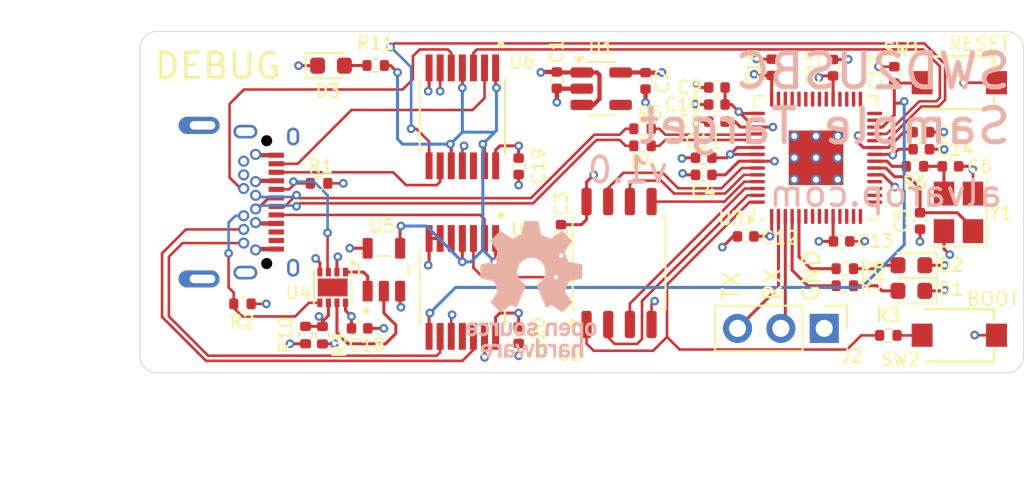
<source format=kicad_pcb>
(kicad_pcb (version 20240108) (generator "pcbnew") (generator_version "8.0")
  (title_block (title "SWD2USBC Sample Target") (date "2025-01-05") (rev "v1.0") (company "alvarop.com"))
  (layers (0 "F.Cu" signal) (1 "In1.Cu" signal) (2 "In2.Cu" signal) (31 "B.Cu" signal) (34 "B.Paste" user) (35 "F.Paste" user) (36 "B.SilkS" user "B.Silkscreen") (37 "F.SilkS" user "F.Silkscreen") (38 "B.Mask" user) (39 "F.Mask" user) (44 "Edge.Cuts" user))
  (net 0 "")
  (net 1 "VBUS")
  (net 2 "GND")
  (net 3 "+3V3")
  (net 4 "+1V1")
  (net 5 "/XIN")
  (net 6 "Net-(C6-Pad1)")
  (net 7 "Net-(D1-A)")
  (net 8 "Net-(D2-A)")
  (net 9 "/USB_D+")
  (net 10 "/CC2")
  (net 11 "/CC1")
  (net 13 "/SWCLK")
  (net 14 "/SWD")
  (net 15 "/SWO")
  (net 16 "/USB_D-")
  (net 18 "/RUN")
  (net 21 "/~{USB_BOOT}")
  (net 22 "/QSPI_SS")
  (net 23 "/XOUT")
  (net 24 "/LED1")
  (net 25 "/LED2")
  (net 27 "/QSPI_SD0")
  (net 28 "/QSPI_SD2")
  (net 29 "/QSPI_SD3")
  (net 30 "/QSPI_SD1")
  (net 31 "/QSPI_SCLK")
  (net 39 "/UART0_TX")
  (net 48 "/UART0_RX")
  (net 60 "/D+")
  (net 61 "/D-")
  (net 68 "/NRST_IN")
  (net 69 "/VTARGET_IN")
  (net 70 "/SWO_IN")
  (net 71 "/SWDCLK_IN")
  (net 72 "/SWDIO_IN")
  (net 73 "/GND_IN")
  (net 74 "/VREF")
  (net 75 "/CC1_AMP")
  (net 77 "/CC2_AMP")
  (net 78 "/DAM_EN")
  (net 81 "Net-(D3-A)")
  (footprint "Package_DFN_QFN:DFN-8-1EP_2x2mm_P0.5mm_EP1.05x1.75mm" (layer "F.Cu") (at 79.5 105 -90)
    (property "Reference" "U4")
    (property "Value" "LM358_DFN")
  )
  (footprint "alvarop:UT11113-11602-7H" (layer "F.Cu") (at 75.6325 100 -90)
    (property "Reference" "J1" (hide yes))
    (property "Value" "USB_C_Receptacle")
  )
  (footprint "Capacitor_SMD:C_0402_1005Metric" (layer "F.Cu") (at 105.23 92.1 90)
    (property "Reference" "C16")
    (property "Value" "0.1uF")
  )
  (footprint "LED_SMD:LED_0603_1608Metric" (layer "F.Cu") (at 113.42 103.7 180)
    (property "Reference" "D2")
    (property "Value" "LED")
  )
  (footprint "Capacitor_SMD:C_0402_1005Metric" (layer "F.Cu") (at 103.71 102.01 180)
    (property "Reference" "C12")
    (property "Value" "0.1uF")
  )
  (footprint "Resistor_SMD:R_0402_1005Metric" (layer "F.Cu") (at 97.66 95.7)
    (property "Reference" "R5")
    (property "Value" "27")
  )
  (footprint "Resistor_SMD:R_0402_1005Metric" (layer "F.Cu") (at 109.52 103.9)
    (property "Reference" "R8")
    (property "Value" "1k")
  )
  (footprint "Package_DFN_QFN:QFN-56-1EP_7x7mm_P0.4mm_EP3.2x3.2mm" (layer "F.Cu") (at 107.83 97.4 90)
    (property "Reference" "U3")
    (property "Value" "RP2040")
  )
  (footprint "Capacitor_SMD:C_0402_1005Metric" (layer "F.Cu") (at 101.25 98.4 180)
    (property "Reference" "C4")
    (property "Value" "0.1uF")
  )
  (footprint "snapeda:SOP65P640X120-14N" (layer "F.Cu") (at 87.1 105 -90)
    (property "Reference" "U7")
    (property "Value" "TMUX1511PWR")
  )
  (footprint "" (layer "F.Cu") (at 107.83 97.4)
    (property "Reference" "")
    (property "Value" "")
  )
  (footprint "easyeda:SW-SMD_L3.9-W3.0-P4.45" (layer "F.Cu") (at 116.23 107.8 180)
    (property "Reference" "SW2")
    (property "Value" "SW_Push")
  )
  (footprint "" (layer "F.Cu") (at 109.105 96.125)
    (property "Reference" "")
    (property "Value" "")
  )
  (footprint "Resistor_SMD:R_0402_1005Metric" (layer "F.Cu") (at 82.02 91.99 180)
    (property "Reference" "R11")
    (property "Value" "5.1k")
  )
  (footprint "" (layer "F.Cu") (at 109.105 97.4)
    (property "Reference" "")
    (property "Value" "")
  )
  (footprint "" (layer "F.Cu") (at 107.83 96.125)
    (property "Reference" "")
    (property "Value" "")
  )
  (footprint "snapeda:SOP65P640X120-14N" (layer "F.Cu") (at 87.1 95 -90)
    (property "Reference" "U6")
    (property "Value" "TMUX1511PWR")
  )
  (footprint "Capacitor_SMD:C_0402_1005Metric" (layer "F.Cu") (at 115.71 97.9)
    (property "Reference" "C6")
    (property "Value" "15p")
  )
  (footprint "" (layer "F.Cu") (at 109.105 98.675)
    (property "Reference" "")
    (property "Value" "")
  )
  (footprint "Capacitor_SMD:C_0402_1005Metric" (layer "F.Cu") (at 114 96.9)
    (property "Reference" "C14")
    (property "Value" "0.1uF")
  )
  (footprint "Resistor_SMD:R_0402_1005Metric" (layer "F.Cu") (at 74.21 105.96)
    (property "Reference" "R2")
    (property "Value" "5.1k")
  )
  (footprint "Capacitor_SMD:C_0402_1005Metric" (layer "F.Cu") (at 109.33 102.3)
    (property "Reference" "C13")
    (property "Value" "0.1uF")
  )
  (footprint "Crystal:Crystal_SMD_3225-4Pin_3.2x2.5mm" (layer "F.Cu") (at 116.18 100.6 90)
    (property "Reference" "Y1")
    (property "Value" "ABM8-272-T3")
  )
  (footprint "Capacitor_SMD:C_0402_1005Metric" (layer "F.Cu") (at 112.42 92.54 90)
    (property "Reference" "C17")
    (property "Value" "0.1uF")
  )
  (footprint "" (layer "F.Cu") (at 106.555 96.125)
    (property "Reference" "")
    (property "Value" "")
  )
  (footprint "Resistor_SMD:R_0402_1005Metric" (layer "F.Cu") (at 113.63 97.9)
    (property "Reference" "R6")
    (property "Value" "1k")
  )
  (footprint "LED_SMD:LED_0603_1608Metric" (layer "F.Cu") (at 79.4 92)
    (property "Reference" "D3")
    (property "Value" "LED")
  )
  (footprint "Resistor_SMD:R_0402_1005Metric" (layer "F.Cu") (at 97.66 96.7)
    (property "Reference" "R4")
    (property "Value" "27")
  )
  (footprint "Connector_PinHeader_2.54mm:PinHeader_1x03_P2.54mm_Vertical" (layer "F.Cu") (at 108.31 107.4 -90)
    (property "Reference" "J2")
    (property "Value" "Conn_01x03")
  )
  (footprint "" (layer "F.Cu") (at 106.555 97.4)
    (property "Reference" "")
    (property "Value" "")
  )
  (footprint "Resistor_SMD:R_0402_1005Metric" (layer "F.Cu") (at 78.9 107.8 -90)
    (property "Reference" "R9")
    (property "Value" "240k")
  )
  (footprint "" (layer "F.Cu") (at 107.83 98.675)
    (property "Reference" "")
    (property "Value" "")
  )
  (footprint "Package_TO_SOT_SMD:SOT-23-5" (layer "F.Cu") (at 95.2375 93.35)
    (property "Reference" "U1")
    (property "Value" "MIC5504-3.3YM5")
  )
  (footprint "Capacitor_SMD:C_0402_1005Metric" (layer "F.Cu") (at 113.93 101.1 -90)
    (property "Reference" "C5")
    (property "Value" "15p")
  )
  (footprint "Capacitor_SMD:C_0402_1005Metric" (layer "F.Cu") (at 101.25 97.4 180)
    (property "Reference" "C11")
    (property "Value" "0.1uF")
  )
  (footprint "Capacitor_SMD:C_0402_1005Metric" (layer "F.Cu") (at 114 95.9)
    (property "Reference" "C7")
    (property "Value" "0.1uF")
  )
  (footprint "Resistor_SMD:R_0402_1005Metric" (layer "F.Cu") (at 112.07 107.81)
    (property "Reference" "R3")
    (property "Value" "1k")
  )
  (footprint "Package_SO:SOIC-8_5.23x5.23mm_P1.27mm" (layer "F.Cu") (at 96.285 103.57 90)
    (property "Reference" "U2")
    (property "Value" "W25Q128JVS")
  )
  (footprint "LED_SMD:LED_0603_1608Metric" (layer "F.Cu") (at 113.42 105.2 180)
    (property "Reference" "D1")
    (property "Value" "LED")
  )
  (footprint "Resistor_SMD:R_0402_1005Metric" (layer "F.Cu") (at 109.52 104.9)
    (property "Reference" "R7")
    (property "Value" "1k")
  )
  (footprint "Capacitor_SMD:C_0402_1005Metric" (layer "F.Cu") (at 102.02 94.28 180)
    (property "Reference" "C10")
    (property "Value" "1uF")
  )
  (footprint "Capacitor_SMD:C_0402_1005Metric" (layer "F.Cu") (at 97.8375 92.89 -90)
    (property "Reference" "C2")
    (property "Value" "1uF")
  )
  (footprint "Capacitor_SMD:C_0402_1005Metric" (layer "F.Cu") (at 92.88 101.8 -90)
    (property "Reference" "C3")
    (property "Value" "0.1uF")
  )
  (footprint "snapeda:SOT95P280X145-5N" (layer "F.Cu") (at 82.5 103.9625 90)
    (property "Reference" "U5")
    (property "Value" "SN74AHC1G08DBVR")
  )
  (footprint "Capacitor_SMD:C_0402_1005Metric" (layer "F.Cu") (at 108.83 92.12 90)
    (property "Reference" "C15")
    (property "Value" "0.1uF")
  )
  (footprint "Capacitor_SMD:C_0402_1005Metric" (layer "F.Cu") (at 90.4 97.9 -90)
    (property "Reference" "C19")
    (property "Value" "0.1uF")
  )
  (footprint "Capacitor_SMD:C_0402_1005Metric" (layer "F.Cu") (at 102.02 95.28 180)
    (property "Reference" "C8")
    (property "Value" "1uF")
  )
  (footprint "Resistor_SMD:R_0402_1005Metric" (layer "F.Cu") (at 78.7 98.9)
    (property "Reference" "R1")
    (property "Value" "5.1k")
  )
  (footprint "" (layer "F.Cu") (at 106.555 98.675)
    (property "Reference" "")
    (property "Value" "")
  )
  (footprint "Resistor_SMD:R_0402_1005Metric" (layer "F.Cu") (at 77.91 107.79 90)
    (property "Reference" "R10")
    (property "Value" "10k")
  )
  (footprint "easyeda:SW-SMD_L3.9-W3.0-P4.45" (layer "F.Cu") (at 116.23 93 180)
    (property "Reference" "SW1")
    (property "Value" "SW_Push")
  )
  (footprint "Capacitor_SMD:C_0402_1005Metric" (layer "F.Cu") (at 92.6375 92.85 -90)
    (property "Reference" "C1")
    (property "Value" "1uF")
  )
  (footprint "Capacitor_SMD:C_0402_1005Metric" (layer "F.Cu") (at 90.4 107.8 -90)
    (property "Reference" "C20")
    (property "Value" "0.1uF")
  )
  (footprint "Capacitor_SMD:C_0402_1005Metric" (layer "F.Cu") (at 81.08 107.4)
    (property "Reference" "C18")
    (property "Value" "0.1uF")
  )
  (footprint "Capacitor_SMD:C_0402_1005Metric" (layer "F.Cu") (at 102.02 93.28 180)
    (property "Reference" "C9")
    (property "Value" "0.1uF")
  )
  (footprint "Symbol:OSHW-Logo_7.5x8mm_SilkScreen" (layer "B.Cu") (at 91.15 105.11 180)
    (property "Reference" "REF**" (hide yes))
    (property "Value" "OSHW-Logo_7.5x8mm_SilkScreen" (hide yes))
  )
  (gr_line (start 119 110) (end 69.2 110) (stroke (width 0.05)) (layer "Edge.Cuts"))
  (gr_arc (start 69.2 110) (mid 68.492893 109.707107) (end 68.2 109) (stroke (width 0.05)) (layer "Edge.Cuts"))
  (gr_line (start 120 91) (end 120 109) (stroke (width 0.05)) (layer "Edge.Cuts"))
  (gr_line (start 69.2 90) (end 119 90) (stroke (width 0.05)) (layer "Edge.Cuts"))
  (gr_arc (start 120 109) (mid 119.707107 109.707107) (end 119 110) (stroke (width 0.05)) (layer "Edge.Cuts"))
  (gr_line (start 68.2 109) (end 68.2 91) (stroke (width 0.05)) (layer "Edge.Cuts"))
  (gr_arc (start 119 90) (mid 119.707107 90.292893) (end 120 91) (stroke (width 0.05)) (layer "Edge.Cuts"))
  (gr_arc (start 68.2 91) (mid 68.492893 90.292893) (end 69.2 90) (stroke (width 0.05)) (layer "Edge.Cuts"))
  (gr_text "${REVISION}" (at 99.3 99 0) (layer "B.SilkS") (effects (font (size 1.5 1.5) (thickness 0.214286)) (justify left bottom mirror)))
  (gr_text "alvarop.com" (at 118.89 100.37 0) (layer "B.SilkS") (effects (font (size 1.5 1.5) (thickness 0.214286)) (justify left bottom mirror)))
  (gr_text "SWD2USBC \nSample Target" (at 119.4 96.72 0) (layer "B.SilkS") (effects (font (size 2 2) (thickness 0.3)) (justify left bottom mirror)))
  (gr_text "RESET" (at 115.51 91.19 0) (layer "F.SilkS") (effects (font (size 0.8 0.8) (thickness 0.114286)) (justify left bottom)))
  (gr_text "RX" (at 105.88 105.89 90) (layer "F.SilkS") (effects (font (size 1 1) (thickness 0.142857)) (justify left bottom)))
  (gr_text "GND" (at 108.14 105.95 90) (layer "F.SilkS") (effects (font (size 1 1) (thickness 0.142857)) (justify left bottom)))
  (gr_text "BOOT" (at 116.58 106.14 0) (layer "F.SilkS") (effects (font (size 0.8 0.8) (thickness 0.114286)) (justify left bottom)))
  (gr_text "TX" (at 103.46 105.85 90) (layer "F.SilkS") (effects (font (size 1 1) (thickness 0.142857)) (justify left bottom)))
  (gr_text "DEBUG" (at 68.9 92.9 0) (layer "F.SilkS") (effects (font (size 1.5 1.5) (thickness 0.214286)) (justify left bottom)))
  (segment (start 79.6 108.3) (end 79.59 108.31) (width 0.1778) (layer "F.Cu") (net 1))
  (segment (start 75.0325 98.75) (end 74.9825 98.8) (width 0.254) (layer "F.Cu") (net 1))
  (segment (start 89.05 96.95) (end 89.3 96.7) (width 0.1778) (layer "F.Cu") (net 1))
  (segment (start 92.6375 92.37) (end 91.73 92.37) (width 0.254) (layer "F.Cu") (net 1))
  (segment (start 89.05 97.87) (end 89.05 96.95) (width 0.1778) (layer "F.Cu") (net 1))
  (segment (start 91.73 92.37) (end 91.7 92.4) (width 0.254) (layer "F.Cu") (net 1))
  (segment (start 81.5425 102.7) (end 81.55 102.7075) (width 0.1778) (layer "F.Cu") (net 1))
  (segment (start 75.0325 101.25) (end 74.9825 101.2) (width 0.254) (layer "F.Cu") (net 1))
  (segment (start 80.6 107.4) (end 80.6 106.7) (width 0.1778) (layer "F.Cu") (net 1))
  (segment (start 92.6675 92.4) (end 92.6375 92.37) (width 0.254) (layer "F.Cu") (net 1))
  (segment (start 76.1925 98.75) (end 75.0325 98.75) (width 0.254) (layer "F.Cu") (net 1))
  (segment (start 80.25 106.35) (end 80.6 106.7) (width 0.1778) (layer "F.Cu") (net 1))
  (segment (start 90.4 106.5) (end 90.4 107.32) (width 0.1778) (layer "F.Cu") (net 1))
  (segment (start 95.1375 92.55) (end 94.9875 92.4) (width 0.254) (layer "F.Cu") (net 1))
  (segment (start 80.5 102.7) (end 81.5425 102.7) (width 0.1778) (layer "F.Cu") (net 1))
  (segment (start 94.1 92.4) (end 92.6675 92.4) (width 0.254) (layer "F.Cu") (net 1))
  (segment (start 89.3 106.5) (end 90.4 106.5) (width 0.1778) (layer "F.Cu") (net 1))
  (segment (start 90.4 96.7) (end 90.4 97.42) (width 0.1778) (layer "F.Cu") (net 1))
  (segment (start 94.9875 92.4) (end 94.1 92.4) (width 0.254) (layer "F.Cu") (net 1))
  (segment (start 94.1 94.3) (end 94.7875 94.3) (width 0.254) (layer "F.Cu") (net 1))
  (segment (start 89.05 106.75) (end 89.3 106.5) (width 0.1778) (layer "F.Cu") (net 1))
  (segment (start 95.1375 93.95) (end 95.1375 92.55) (width 0.254) (layer "F.Cu") (net 1))
  (segment (start 89.3 96.7) (end 90.4 96.7) (width 0.1778) (layer "F.Cu") (net 1))
  (segment (start 79.59 108.31) (end 78.9 108.31) (width 0.1778) (layer "F.Cu") (net 1))
  (segment (start 76.1925 101.25) (end 75.0325 101.25) (width 0.254) (layer "F.Cu") (net 1))
  (segment (start 80.25 105.9) (end 80.25 106.35) (width 0.1778) (layer "F.Cu") (net 1))
  (segment (start 89.05 107.87) (end 89.05 106.75) (width 0.1778) (layer "F.Cu") (net 1))
  (segment (start 94.7875 94.3) (end 95.1375 93.95) (width 0.254) (layer "F.Cu") (net 1))
  (via (at 79.6 108.3) (size 0.508) (drill 0.254) (layers "F.Cu" "B.Cu") (net 1))
  (via (at 91.7 92.4) (size 0.508) (drill 0.254) (layers "F.Cu" "B.Cu") (net 1))
  (via (at 80.5 102.7) (size 0.508) (drill 0.254) (layers "F.Cu" "B.Cu") (net 1))
  (via (at 90.4 106.5) (size 0.508) (drill 0.254) (layers "F.Cu" "B.Cu") (net 1))
  (via (at 90.4 96.7) (size 0.508) (drill 0.254) (layers "F.Cu" "B.Cu") (net 1))
  (via (at 80.6 106.7) (size 0.508) (drill 0.254) (layers "F.Cu" "B.Cu") (net 1))
  (segment (start 102.97 102.01) (end 102.34 102.64) (width 0.1778) (layer "F.Cu") (net 2))
  (segment (start 76.1925 102.75) (end 75.0325 102.75) (width 0.254) (layer "F.Cu") (net 2))
  (segment (start 115.35 105.2) (end 115.38 105.17) (width 0.1778) (layer "F.Cu") (net 2))
  (segment (start 87.1 96.8) (end 87.2 96.7) (width 0.1524) (layer "F.Cu") (net 2))
  (segment (start 115.33 96.9) (end 115.34 96.91) (width 0.1778) (layer "F.Cu") (net 2))
  (segment (start 74.72 105.96) (end 75.61 105.96) (width 0.1524) (layer "F.Cu") (net 2))
  (segment (start 98.19 105.98) (end 98.37 105.8) (width 0.1524) (layer "F.Cu") (net 2))
  (segment (start 78.75 103.55) (end 78.5 103.3) (width 0.1778) (layer "F.Cu") (net 2))
  (segment (start 101.54 93.28) (end 101.02 93.28) (width 0.1778) (layer "F.Cu") (net 2))
  (segment (start 85.8 102.13) (end 85.15 102.13) (width 0.1778) (layer "F.Cu") (net 2))
  (segment (start 85.15 103.65) (end 85.1 103.7) (width 0.1778) (layer "F.Cu") (net 2))
  (segment (start 109.81 102.3) (end 110.68 102.3) (width 0.1524) (layer "F.Cu") (net 2))
  (segment (start 117.03 98.1) (end 117.03 99.5) (width 0.1524) (layer "F.Cu") (net 2))
  (segment (start 100.78 94.28) (end 100.75 94.25) (width 0.1778) (layer "F.Cu") (net 2))
  (segment (start 75.0325 102.75) (end 74.9825 102.8) (width 0.254) (layer "F.Cu") (net 2))
  (segment (start 92.6575 93.35) (end 92.6375 93.33) (width 0.254) (layer "F.Cu") (net 2))
  (segment (start 85.8 92.13) (end 85.8 93.5) (width 0.1524) (layer "F.Cu") (net 2))
  (segment (start 90.4 98.38) (end 90.4 99) (width 0.1778) (layer "F.Cu") (net 2))
  (segment (start 104.36 91.62) (end 104.35 91.61) (width 0.1778) (layer "F.Cu") (net 2))
  (segment (start 115.37 103.7) (end 115.38 103.71) (width 0.1778) (layer "F.Cu") (net 2))
  (segment (start 90.4 108.28) (end 90.4 109) (width 0.1524) (layer "F.Cu") (net 2))
  (segment (start 87.1 97.87) (end 87.1 96.8) (width 0.1524) (layer "F.Cu") (net 2))
  (segment (start 83.45 105.2175) (end 83.45 106.1125) (width 0.1778) (layer "F.Cu") (net 2))
  (segment (start 100.77 98.4) (end 100.09 98.4) (width 0.1778) (layer "F.Cu") (net 2))
  (segment (start 111.2675 98.4) (end 111.74 98.4) (width 0.1778) (layer "F.Cu") (net 2))
  (segment (start 100.01 97.4) (end 99.97 97.44) (width 0.1778) (layer "F.Cu") (net 2))
  (segment (start 109.71 91.64) (end 109.72 91.63) (width 0.1778) (layer "F.Cu") (net 2))
  (segment (start 118.41 93) (end 116.48 93) (width 0.1524) (layer "F.Cu") (net 2))
  (segment (start 108.83 91.64) (end 109.71 91.64) (width 0.1778) (layer "F.Cu") (net 2))
  (segment (start 118.41 107.8) (end 117.14 107.8) (width 0.1524) (layer "F.Cu") (net 2))
  (segment (start 86.45 107.87) (end 86.45 106.65) (width 0.1524) (layer "F.Cu") (net 2))
  (segment (start 97.8375 93.37) (end 97.8375 94.16) (width 0.254) (layer "F.Cu") (net 2))
  (segment (start 78.75 104.1) (end 78.75 103.55) (width 0.1778) (layer "F.Cu") (net 2))
  (segment (start 113.93 101.58) (end 113.93 102.3) (width 0.1778) (layer "F.Cu") (net 2))
  (segment (start 77 108.3) (end 77.91 108.3) (width 0.1778) (layer "F.Cu") (net 2))
  (segment (start 75.0325 97.25) (end 74.9825 97.2) (width 0.254) (layer "F.Cu") (net 2))
  (segment (start 85.1 93.5) (end 85.15 93.45) (width 0.1778) (layer "F.Cu") (net 2))
  (segment (start 117.03 98.1) (end 116.83 97.9) (width 0.1778) (layer "F.Cu") (net 2))
  (segment (start 92.6375 93.33) (end 92.6375 94.15) (width 0.254) (layer "F.Cu") (net 2))
  (segment (start 100.77 97.4) (end 100.01 97.4) (width 0.1778) (layer "F.Cu") (net 2))
  (segment (start 78.6125 92) (end 77.5 92) (width 0.1778) (layer "F.Cu") (net 2))
  (segment (start 76.1925 97.25) (end 75.0325 97.25) (width 0.254) (layer "F.Cu") (net 2))
  (segment (start 115.31 95.9) (end 115.32 95.89) (width 0.1778) (layer "F.Cu") (net 2))
  (segment (start 98.19 107.17) (end 98.19 105.98) (width 0.1524) (layer "F.Cu") (net 2))
  (segment (start 100.09 98.4) (end 100.01 98.32) (width 0.1778) (layer "F.Cu") (net 2))
  (segment (start 79.21 98.9) (end 80.12 98.9) (width 0.1524) (layer "F.Cu") (net 2))
  (segment (start 85.15 102.13) (end 85.15 103.65) (width 0.1778) (layer "F.Cu") (net 2))
  (segment (start 88.4 107.87) (end 88.4 109.1) (width 0.1524) (layer "F.Cu") (net 2))
  (segment (start 101.54 95.28) (end 100.91 95.28) (width 0.1778) (layer "F.Cu") (net 2))
  (segment (start 92.88 103.12) (end 92.89 103.13) (width 0.1524) (layer "F.Cu") (net 2))
  (segment (start 114.48 95.9) (end 115.31 95.9) (width 0.1778) (layer "F.Cu") (net 2))
  (segment (start 114.2075 103.7) (end 115.37 103.7) (width 0.1778) (layer "F.Cu") (net 2))
  (segment (start 83.45 106.1125) (end 83.5 106.1625) (width 0.1778) (layer "F.Cu") (net 2))
  (segment (start 101.02 93.28) (end 100.81 93.07) (width 0.1778) (layer "F.Cu") (net 2))
  (segment (start 111.74 98.4) (end 112.45 99.11) (width 0.1778) (layer "F.Cu") (net 2))
  (segment (start 115.33 102.74) (end 115.67 103.08) (width 0.1778) (layer "F.Cu") (net 2))
  (segment (start 81.56 107.4) (end 82.5 107.4) (width 0.1778) (layer "F.Cu") (net 2))
  (segment (start 105.23 91.62) (end 104.36 91.62) (width 0.1778) (layer "F.Cu") (net 2))
  (segment (start 103.23 102.01) (end 102.97 102.01) (width 0.1778) (layer "F.Cu") (net 2))
  (segment (start 92.88 102.28) (end 92.88 103.12) (width 0.1524) (layer "F.Cu") (net 2))
  (segment (start 114.48 96.9) (end 115.33 96.9) (width 0.1778) (layer "F.Cu") (net 2))
  (segment (start 111.49 92.06) (end 112.42 92.06) (width 0.1524) (layer "F.Cu") (net 2))
  (segment (start 117.14 107.8) (end 117.13 107.79) (width 0.1524) (layer "F.Cu") (net 2))
  (segment (start 113.93 102.3) (end 113.92 102.31) (width 0.1778) (layer "F.Cu") (net 2))
  (segment (start 115.33 101.7) (end 115.33 102.74) (width 0.1778) (layer "F.Cu") (net 2))
  (segment (start 116.83 97.9) (end 116.19 97.9) (width 0.1778) (layer "F.Cu") (net 2))
  (segment (start 114.2075 105.2) (end 115.35 105.2) (width 0.1778) (layer "F.Cu") (net 2))
  (segment (start 101.54 94.28) (end 100.78 94.28) (width 0.1778) (layer "F.Cu") (net 2))
  (segment (start 86.45 106.65) (end 86.5 106.6) (width 0.1524) (layer "F.Cu") (net 2))
  (segment (start 94.1 93.35) (end 92.6575 93.35) (width 0.254) (layer "F.Cu") (net 2))
  (segment (start 85.15 93.45) (end 85.15 92.13) (width 0.1778) (layer "F.Cu") (net 2))
  (segment (start 100.91 95.28) (end 100.8 95.39) (width 0.1778) (layer "F.Cu") (net 2))
  (segment (start 110.68 102.3) (end 110.69 102.29) (width 0.1524) (layer "F.Cu") (net 2))
  (via (at 115.67 103.08) (size 0.508) (drill 0.254) (layers "F.Cu" "B.Cu") (net 2))
  (via (at 111.49 92.06) (size 0.508) (drill 0.254) (layers "F.Cu" "B.Cu") (net 2))
  (via (at 102.34 102.64) (size 0.508) (drill 0.254) (layers "F.Cu" "B.Cu") (net 2))
  (via (at 112.45 99.11) (size 0.508) (drill 0.254) (layers "F.Cu" "B.Cu") (net 2))
  (via (at 82.5 107.4) (size 0.508) (drill 0.254) (layers "F.Cu" "B.Cu") (net 2))
  (via (at 77 108.3) (size 0.508) (drill 0.254) (layers "F.Cu" "B.Cu") (net 2))
  (via (at 90.4 109) (size 0.508) (drill 0.254) (layers "F.Cu" "B.Cu") (net 2))
  (via (at 85.1 103.7) (size 0.508) (drill 0.254) (layers "F.Cu" "B.Cu") (net 2))
  (via (at 104.35 91.61) (size 0.508) (drill 0.254) (layers "F.Cu" "B.Cu") (net 2))
  (via (at 78.5 103.3) (size 0.508) (drill 0.254) (layers "F.Cu" "B.Cu") (net 2))
  (via (at 100.01 98.32) (size 0.508) (drill 0.254) (layers "F.Cu" "B.Cu") (net 2))
  (via (at 90.4 99) (size 0.508) (drill 0.254) (layers "F.Cu" "B.Cu") (net 2))
  (via (at 85.8 93.5) (size 0.508) (drill 0.254) (layers "F.Cu" "B.Cu") (net 2))
  (via (at 115.32 95.89) (size 0.508) (drill 0.254) (layers "F.Cu" "B.Cu") (net 2))
  (via (at 98.37 105.8) (size 0.508) (drill 0.254) (layers "F.Cu" "B.Cu") (net 2))
  (via (at 116.48 93) (size 0.508) (drill 0.254) (layers "F.Cu" "B.Cu") (net 2))
  (via (at 83.5 106.1625) (size 0.508) (drill 0.254) (layers "F.Cu" "B.Cu") (net 2))
  (via (at 109.72 91.63) (size 0.508) (drill 0.254) (layers "F.Cu" "B.Cu") (net 2))
  (via (at 117.03 98.1) (size 0.508) (drill 0.254) (layers "F.Cu" "B.Cu") (net 2))
  (via (at 86.5 106.6) (size 0.508) (drill 0.254) (layers "F.Cu" "B.Cu") (net 2))
  (via (at 115.38 105.17) (size 0.508) (drill 0.254) (layers "F.Cu" "B.Cu") (net 2))
  (via (at 117.13 107.79) (size 0.508) (drill 0.254) (layers "F.Cu" "B.Cu") (net 2))
  (via (at 80.12 98.9) (size 0.508) (drill 0.254) (layers "F.Cu" "B.Cu") (net 2))
  (via (at 99.97 97.44) (size 0.508) (drill 0.254) (layers "F.Cu" "B.Cu") (net 2))
  (via (at 110.69 102.29) (size 0.508) (drill 0.254) (layers "F.Cu" "B.Cu") (net 2))
  (via (at 115.38 103.71) (size 0.508) (drill 0.254) (layers "F.Cu" "B.Cu") (net 2))
  (via (at 92.6375 94.15) (size 0.508) (drill 0.254) (layers "F.Cu" "B.Cu") (net 2))
  (via (at 113.92 102.31) (size 0.508) (drill 0.254) (layers "F.Cu" "B.Cu") (net 2))
  (via (at 100.75 94.25) (size 0.508) (drill 0.254) (layers "F.Cu" "B.Cu") (net 2))
  (via (at 75.61 105.96) (size 0.508) (drill 0.254) (layers "F.Cu" "B.Cu") (net 2))
  (via (at 92.89 103.13) (size 0.508) (drill 0.254) (layers "F.Cu" "B.Cu") (net 2))
  (via (at 87.2 96.7) (size 0.508) (drill 0.254) (layers "F.Cu" "B.Cu") (net 2))
  (via (at 88.4 109.1) (size 0.508) (drill 0.254) (layers "F.Cu" "B.Cu") (net 2))
  (via (at 100.8 95.39) (size 0.508) (drill 0.254) (layers "F.Cu" "B.Cu") (net 2))
  (via (at 77.5 92) (size 0.508) (drill 0.254) (layers "F.Cu" "B.Cu") (net 2))
  (via (at 100.81 93.07) (size 0.508) (drill 0.254) (layers "F.Cu" "B.Cu") (net 2))
  (via (at 115.34 96.91) (size 0.508) (drill 0.254) (layers "F.Cu" "B.Cu") (net 2))
  (via (at 97.8375 94.16) (size 0.508) (drill 0.254) (layers "F.Cu" "B.Cu") (net 2))
  (via (at 85.1 93.5) (size 0.508) (drill 0.254) (layers "F.Cu" "B.Cu") (net 2))
  (segment (start 104.3925 95.2) (end 103.8 95.2) (width 0.1778) (layer "F.Cu") (net 3))
  (segment (start 105.23 93.9625) (end 105.23 92.58) (width 0.1778) (layer "F.Cu") (net 3))
  (segment (start 87.75 103.85) (end 88 104.1) (width 0.1524) (layer "F.Cu") (net 3))
  (segment (start 112.328575 97.241787) (end 112.670362 96.9) (width 0.1778) (layer "F.Cu") (net 3))
  (segment (start 108.83 92.6) (end 108.1 92.6) (width 0.1778) (layer "F.Cu") (net 3))
  (segment (start 112.670362 96.9) (end 113.52 96.9) (width 0.1778) (layer "F.Cu") (net 3))
  (segment (start 105.1371 102) (end 104.2 102) (width 0.1778) (layer "F.Cu") (net 3))
  (segment (start 108.85 102.3) (end 108 102.3) (width 0.1778) (layer "F.Cu") (net 3))
  (segment (start 105.23 100.8375) (end 105.23 101.9071) (width 0.1778) (layer "F.Cu") (net 3))
  (segment (start 103.2 94.6) (end 102.88 94.28) (width 0.1778) (layer "F.Cu") (net 3))
  (segment (start 103.2 96.8) (end 102.8 97.2) (width 0.178) (layer "F.Cu") (net 3))
  (segment (start 98.79 92.41) (end 98.8 92.4) (width 0.254) (layer "F.Cu") (net 3))
  (segment (start 97.8375 92.41) (end 98.79 92.41) (width 0.254) (layer "F.Cu") (net 3))
  (segment (start 94.38 99.97) (end 94.38 98.82) (width 0.1778) (layer "F.Cu") (net 3))
  (segment (start 108.83 102.28) (end 108.85 102.3) (width 0.1778) (layer "F.Cu") (net 3))
  (segment (start 108.83 100.8375) (end 108.83 102.28) (width 0.1778) (layer "F.Cu") (net 3))
  (segment (start 103.4 94.8) (end 103.2 94.6) (width 0.1778) (layer "F.Cu") (net 3))
  (segment (start 87.75 102.13) (end 87.75 103.85) (width 0.1524) (layer "F.Cu") (net 3))
  (segment (start 94.08 101.32) (end 94.38 101.02) (width 0.1778) (layer "F.Cu") (net 3))
  (segment (start 88 104.1) (end 88.3 104.4) (width 0.1524) (layer "F.Cu") (net 3))
  (segment (start 108.1 92.6) (end 108 92.7) (width 0.1778) (layer "F.Cu") (net 3))
  (segment (start 104.3925 97.2) (end 102.8 97.2) (width 0.178) (layer "F.Cu") (net 3))
  (segment (start 104.3925 96.8) (end 103.2 96.8) (width 0.178) (layer "F.Cu") (net 3))
  (segment (start 104.28 92.58) (end 104.2 92.5) (width 0.1778) (layer "F.Cu") (net 3))
  (segment (start 88.3 104.4) (end 92.6 104.4) (width 0.1524) (layer "F.Cu") (net 3))
  (segment (start 97.8275 92.4) (end 97.8375 92.41) (width 0.254) (layer "F.Cu") (net 3))
  (segment (start 103.8 95.2) (end 103.2 94.6) (width 0.1778) (layer "F.Cu") (net 3))
  (segment (start 102.8 97.2) (end 102.6 97.4) (width 0.178) (layer "F.Cu") (net 3))
  (segment (start 102.88 94.28) (end 102.5 94.28) (width 0.1778) (layer "F.Cu") (net 3))
  (segment (start 92.88 101.32) (end 94.08 101.32) (width 0.1778) (layer "F.Cu") (net 3))
  (segment (start 105.23 92.58) (end 104.28 92.58) (width 0.1778) (layer "F.Cu") (net 3))
  (segment (start 104.3925 94.8) (end 103.4 94.8) (width 0.1778) (layer "F.Cu") (net 3))
  (segment (start 105.23 101.9071) (end 105.1371 102) (width 0.1778) (layer "F.Cu") (net 3))
  (segment (start 112.286788 97.2) (end 112.328575 97.241787) (width 0.1778) (layer "F.Cu") (net 3))
  (segment (start 94.38 98.82) (end 94.8 98.4) (width 0.1778) (layer "F.Cu") (net 3))
  (segment (start 102.5 93.28) (end 102.5 94.28) (width 0.1778) (layer "F.Cu") (net 3))
  (segment (start 104.2 102) (end 104.19 102.01) (width 0.1778) (layer "F.Cu") (net 3))
  (segment (start 108.83 93.9625) (end 108.83 92.6) (width 0.1778) (layer "F.Cu") (net 3))
  (segment (start 96.375 92.4) (end 97.8275 92.4) (width 0.254) (layer "F.Cu") (net 3))
  (segment (start 94.38 101.02) (end 94.38 99.97) (width 0.1778) (layer "F.Cu") (net 3))
  (segment (start 111.2675 97.2) (end 112.286788 97.2) (width 0.1778) (layer "F.Cu") (net 3))
  (segment (start 102.6 97.4) (end 101.73 97.4) (width 0.178) (layer "F.Cu") (net 3))
  (via (at 108 102.3) (size 0.508) (drill 0.254) (layers "F.Cu" "B.Cu") (net 3))
  (via (at 94.8 98.4) (size 0.508) (drill 0.254) (layers "F.Cu" "B.Cu") (net 3))
  (via (at 112.328575 97.241787) (size 0.508) (drill 0.254) (layers "F.Cu" "B.Cu") (net 3))
  (via (at 98.8 92.4) (size 0.508) (drill 0.254) (layers "F.Cu" "B.Cu") (net 3))
  (via (at 103.3 94.7) (size 0.508) (drill 0.254) (layers "F.Cu" "B.Cu") (net 3))
  (via (at 92.6 104.4) (size 0.508) (drill 0.254) (layers "F.Cu" "B.Cu") (net 3))
  (via (at 102.8 97.2) (size 0.508) (drill 0.254) (layers "F.Cu" "B.Cu") (net 3))
  (via (at 108 92.7) (size 0.508) (drill 0.254) (layers "F.Cu" "B.Cu") (net 3))
  (via (at 104.2 92.5) (size 0.508) (drill 0.254) (layers "F.Cu" "B.Cu") (net 3))
  (via (at 105.1371 102) (size 0.508) (drill 0.254) (layers "F.Cu" "B.Cu") (net 3))
  (segment (start 111.2675 96.8) (end 110.6 96.8) (width 0.1778) (layer "F.Cu") (net 4))
  (segment (start 103.4 95.6) (end 103.08 95.28) (width 0.1778) (layer "F.Cu") (net 4))
  (segment (start 103.08 95.28) (end 102.5 95.28) (width 0.1778) (layer "F.Cu") (net 4))
  (segment (start 104.3925 97.6) (end 105.4 97.6) (width 0.1778) (layer "F.Cu") (net 4))
  (segment (start 111.2675 96.8) (end 112.073296 96.8) (width 0.1778) (layer "F.Cu") (net 4))
  (segment (start 112.973296 95.9) (end 113.52 95.9) (width 0.1778) (layer "F.Cu") (net 4))
  (segment (start 112.073296 96.8) (end 112.973296 95.9) (width 0.1778) (layer "F.Cu") (net 4))
  (segment (start 104.3925 95.6) (end 103.4 95.6) (width 0.1778) (layer "F.Cu") (net 4))
  (segment (start 103.31 97.6) (end 102.51 98.4) (width 0.1778) (layer "F.Cu") (net 4))
  (segment (start 104.3925 97.6) (end 103.31 97.6) (width 0.1778) (layer "F.Cu") (net 4))
  (segment (start 110.3 96.5) (end 110.3 96.1) (width 0.1778) (layer "F.Cu") (net 4))
  (segment (start 104.3925 95.6) (end 105.3 95.6) (width 0.1778) (layer "F.Cu") (net 4))
  (segment (start 110.6 96.8) (end 110.3 96.5) (width 0.1778) (layer "F.Cu") (net 4))
  (segment (start 102.51 98.4) (end 101.73 98.4) (width 0.1778) (layer "F.Cu") (net 4))
  (via (at 105.4 97.6) (size 0.508) (drill 0.254) (layers "F.Cu" "B.Cu") (net 4))
  (via (at 110.3 96.1) (size 0.508) (drill 0.254) (layers "F.Cu" "B.Cu") (net 4))
  (via (at 105.3 95.6) (size 0.508) (drill 0.254) (layers "F.Cu" "B.Cu") (net 4))
  (segment (start 117.03 101.54) (end 117.03 101.7) (width 0.1778) (layer "F.Cu") (net 5))
  (segment (start 113.25 98.51) (end 113.93 99.19) (width 0.1778) (layer "F.Cu") (net 5))
  (segment (start 113.93 99.19) (end 113.93 100.62) (width 0.1778) (layer "F.Cu") (net 5))
  (segment (start 111.2675 98) (end 111.923026 98) (width 0.1778) (layer "F.Cu") (net 5))
  (segment (start 111.923026 98) (end 112.433026 98.51) (width 0.1778) (layer "F.Cu") (net 5))
  (segment (start 113.93 100.62) (end 116.11 100.62) (width 0.1778) (layer "F.Cu") (net 5))
  (segment (start 116.11 100.62) (end 117.03 101.54) (width 0.1778) (layer "F.Cu") (net 5))
  (segment (start 112.433026 98.51) (end 113.25 98.51) (width 0.1778) (layer "F.Cu") (net 5))
  (segment (start 114.14 97.9) (end 115.23 97.9) (width 0.1778) (layer "F.Cu") (net 6))
  (segment (start 115.23 97.9) (end 115.33 98) (width 0.1778) (layer "F.Cu") (net 6))
  (segment (start 115.33 98) (end 115.33 99.5) (width 0.1778) (layer "F.Cu") (net 6))
  (segment (start 110.03 104.9) (end 111.4 104.9) (width 0.1778) (layer "F.Cu") (net 7))
  (segment (start 111.4 104.9) (end 111.7 105.2) (width 0.1778) (layer "F.Cu") (net 7))
  (segment (start 111.7 105.2) (end 112.6325 105.2) (width 0.1778) (layer "F.Cu") (net 7))
  (segment (start 111.54 103.7) (end 112.6325 103.7) (width 0.1778) (layer "F.Cu") (net 8))
  (segment (start 110.03 103.9) (end 111.34 103.9) (width 0.1778) (layer "F.Cu") (net 8))
  (segment (start 111.34 103.9) (end 111.54 103.7) (width 0.1778) (layer "F.Cu") (net 8))
  (segment (start 96.322399 96.3524) (end 94.963128 96.3524) (width 0.1524) (layer "F.Cu") (net 9))
  (segment (start 74.9825 100.4) (end 75.1 100.4) (width 0.1778) (layer "F.Cu") (net 9))
  (segment (start 75.75 99.75) (end 76.1925 99.75) (width 0.1778) (layer "F.Cu") (net 9))
  (segment (start 77.557799 100.072401) (end 77.38 100.2502) (width 0.1524) (layer "F.Cu") (net 9))
  (segment (start 91.243128 100.0724) (end 77.7876 100.0724) (width 0.1524) (layer "F.Cu") (net 9))
  (segment (start 96.669999 96.7) (end 96.322399 96.3524) (width 0.1524) (layer "F.Cu") (net 9))
  (segment (start 77.7876 100.0724) (end 77.787599 100.072401) (width 0.1524) (layer "F.Cu") (net 9))
  (segment (start 75.1 100.4) (end 75.75 99.75) (width 0.1778) (layer "F.Cu") (net 9))
  (segment (start 97.15 96.7) (end 96.669999 96.7) (width 0.1524) (layer "F.Cu") (net 9))
  (segment (start 94.963128 96.3524) (end 91.243128 100.0724) (width 0.1524) (layer "F.Cu") (net 9))
  (segment (start 77.787599 100.072401) (end 77.557799 100.072401) (width 0.1524) (layer "F.Cu") (net 9))
  (via (at 77.38 100.2502) (size 0.508) (drill 0.254) (layers "F.Cu" "B.Cu") (net 9))
  (segment (start 75.1825 100.2) (end 74.9825 100.4) (width 0.1524) (layer "B.Cu") (net 9))
  (segment (start 77.38 100.2502) (end 77.3298 100.2) (width 0.1524) (layer "B.Cu") (net 9))
  (segment (start 77.3298 100.2) (end 75.1825 100.2) (width 0.1524) (layer "B.Cu") (net 9))
  (segment (start 73.4 105) (end 73.7 105.3) (width 0.1524) (layer "F.Cu") (net 10))
  (segment (start 78.1 105.9) (end 78.75 105.9) (width 0.1524) (layer "F.Cu") (net 10))
  (segment (start 73.7 105.96) (end 73.7 106.2) (width 0.1524) (layer "F.Cu") (net 10))
  (segment (start 74.2 106.7) (end 77.3 106.7) (width 0.1524) (layer "F.Cu") (net 10))
  (segment (start 73.7 105.3) (end 73.7 105.96) (width 0.1524) (layer "F.Cu") (net 10))
  (segment (start 77.3 106.7) (end 78.1 105.9) (width 0.1524) (layer "F.Cu") (net 10))
  (segment (start 73.7 106.2) (end 74.2 106.7) (width 0.1524) (layer "F.Cu") (net 10))
  (segment (start 73.4 103) (end 73.4 105) (width 0.1524) (layer "F.Cu") (net 10))
  (via (at 73.4 103) (size 0.508) (drill 0.254) (layers "F.Cu" "B.Cu") (net 10))
  (segment (start 73.4 101.2) (end 73.4 103) (width 0.1524) (layer "B.Cu") (net 10))
  (segment (start 73.8 100.8) (end 73.4 101.2) (width 0.1524) (layer "B.Cu") (net 10))
  (segment (start 74.2825 100.8) (end 73.8 100.8) (width 0.1524) (layer "B.Cu") (net 10))
  (segment (start 76.1925 99.25) (end 76.95 99.25) (width 0.1524) (layer "F.Cu") (net 11))
  (segment (start 79.2 101.8) (end 79.2 104.05) (width 0.1524) (layer "F.Cu") (net 11))
  (segment (start 79.2 104.05) (end 79.25 104.1) (width 0.1524) (layer "F.Cu") (net 11))
  (segment (start 77.3 98.9) (end 78.19 98.9) (width 0.1524) (layer "F.Cu") (net 11))
  (segment (start 76.95 99.25) (end 77.3 98.9) (width 0.1524) (layer "F.Cu") (net 11))
  (segment (start 77.3 98.9) (end 77.2 98.8) (width 0.1524) (layer "F.Cu") (net 11))
  (via (at 79.2 101.8) (size 0.508) (drill 0.254) (layers "F.Cu" "B.Cu") (net 11))
  (via (at 77.2 98.8) (size 0.508) (drill 0.254) (layers "F.Cu" "B.Cu") (net 11))
  (segment (start 77.2 98.8) (end 78.4 98.8) (width 0.1524) (layer "B.Cu") (net 11))
  (segment (start 79.2 99.6) (end 79.2 101.8) (width 0.1524) (layer "B.Cu") (net 11))
  (segment (start 78.4 98.8) (end 79.2 99.6) (width 0.1524) (layer "B.Cu") (net 11))
  (segment (start 112 96.4) (end 114.0052 94.3948) (width 0.1524) (layer "F.Cu") (net 13))
  (segment (start 115.3948 94.006252) (end 115.3948 91.913748) (width 0.1524) (layer "F.Cu") (net 13))
  (segment (start 115.006252 94.3948) (end 115.3948 94.006252) (width 0.1524) (layer "F.Cu") (net 13))
  (segment (start 111.2675 96.4) (end 112 96.4) (width 0.1524) (layer "F.Cu") (net 13))
  (segment (start 84.4 95.7) (end 85.15 96.45) (width 0.1524) (layer "F.Cu") (net 13))
  (segment (start 114.0052 94.3948) (end 115.006252 94.3948) (width 0.1524) (layer "F.Cu") (net 13))
  (segment (start 114.178652 90.6976) (end 83.1024 90.6976) (width 0.1524) (layer "F.Cu") (net 13))
  (segment (start 115.3948 91.913748) (end 114.211052 90.73) (width 0.1524) (layer "F.Cu") (net 13))
  (segment (start 83.1024 90.6976) (end 82.9 90.9) (width 0.1524) (layer "F.Cu") (net 13))
  (segment (start 84.1 95.7) (end 84.4 95.7) (width 0.1524) (layer "F.Cu") (net 13))
  (segment (start 85.15 96.45) (end 85.15 97.87) (width 0.1524) (layer "F.Cu") (net 13))
  (segment (start 114.211052 90.73) (end 114.178652 90.6976) (width 0.1524) (layer "F.Cu") (net 13))
  (via (at 84.1 95.7) (size 0.508) (drill 0.254) (layers "F.Cu" "B.Cu") (net 13))
  (via (at 82.9 90.9) (size 0.508) (drill 0.254) (layers "F.Cu" "B.Cu") (net 13))
  (segment (start 84.1 92.1) (end 84.1 95.7) (width 0.1524) (layer "B.Cu") (net 13))
  (segment (start 82.9 90.9) (end 84.1 92.1) (width 0.1524) (layer "B.Cu") (net 13))
  (segment (start 113.882342 94.09) (end 114.88 94.09) (width 0.1524) (layer "F.Cu") (net 14))
  (segment (start 87.95 91.05) (end 87.75 91.25) (width 0.1524) (layer "F.Cu") (net 14))
  (segment (start 111.972342 96) (end 113.882342 94.09) (width 0.1524) (layer "F.Cu") (net 14))
  (segment (start 115.09 93.88) (end 115.09 92.04) (width 0.1524) (layer "F.Cu") (net 14))
  (segment (start 115.09 92.04) (end 114.1 91.05) (width 0.1524) (layer "F.Cu") (net 14))
  (segment (start 87.75 91.25) (end 87.75 92.13) (width 0.1524) (layer "F.Cu") (net 14))
  (segment (start 114.1 91.05) (end 87.95 91.05) (width 0.1524) (layer "F.Cu") (net 14))
  (segment (start 111.2675 96) (end 111.972342 96) (width 0.1524) (layer "F.Cu") (net 14))
  (segment (start 114.88 94.09) (end 115.09 93.88) (width 0.1524) (layer "F.Cu") (net 14))
  (segment (start 96.322399 96.0476) (end 94.836872 96.0476) (width 0.1524) (layer "F.Cu") (net 16))
  (segment (start 77.3579 99.5898) (end 76.6977 100.25) (width 0.1524) (layer "F.Cu") (net 16))
  (segment (start 77.77 99.7676) (end 77.769999 99.767599) (width 0.1524) (layer "F.Cu") (net 16))
  (segment (start 94.836872 96.0476) (end 91.116872 99.7676) (width 0.1524) (layer "F.Cu") (net 16))
  (segment (start 96.669999 95.7) (end 96.322399 96.0476) (width 0.1524) (layer "F.Cu") (net 16))
  (segment (start 77.769999 99.767599) (end 77.557799 99.767599) (width 0.1524) (layer "F.Cu") (net 16))
  (segment (start 77.557799 99.767599) (end 77.38 99.5898) (width 0.1524) (layer "F.Cu") (net 16))
  (segment (start 97.15 95.7) (end 96.669999 95.7) (width 0.1524) (layer "F.Cu") (net 16))
  (segment (start 76.6977 100.25) (end 76.1925 100.25) (width 0.1524) (layer "F.Cu") (net 16))
  (segment (start 77.38 99.5898) (end 77.3579 99.5898) (width 0.1524) (layer "F.Cu") (net 16))
  (segment (start 91.116872 99.7676) (end 77.77 99.7676) (width 0.1524) (layer "F.Cu") (net 16))
  (via (at 77.38 99.5898) (size 0.508) (drill 0.254) (layers "F.Cu" "B.Cu") (net 16))
  (segment (start 75.0825 99.7) (end 74.9825 99.6) (width 0.1524) (layer "B.Cu") (net 16))
  (segment (start 77.2698 99.7) (end 75.0825 99.7) (width 0.1524) (layer "B.Cu") (net 16))
  (segment (start 77.3698 99.6) (end 77.38 99.5898) (width 0.1524) (layer "B.Cu") (net 16))
  (segment (start 77.38 99.5898) (end 77.2698 99.7) (width 0.1524) (layer "B.Cu") (net 16))
  (segment (start 112.9 94.2) (end 113 94.1) (width 0.1778) (layer "F.Cu") (net 18))
  (segment (start 111.714952 95.6) (end 112.42 94.894952) (width 0.1778) (layer "F.Cu") (net 18))
  (segment (start 114.03 93.02) (end 114.05 93) (width 0.1778) (layer "F.Cu") (net 18))
  (segment (start 111.2675 95.6) (end 111.714952 95.6) (width 0.1778) (layer "F.Cu") (net 18))
  (segment (start 85.2 106.5) (end 85.15 106.55) (width 0.1778) (layer "F.Cu") (net 18))
  (segment (start 112.42 93.02) (end 114.03 93.02) (width 0.1778) (layer "F.Cu") (net 18))
  (segment (start 85.15 106.55) (end 85.15 107.87) (width 0.1778) (layer "F.Cu") (net 18))
  (segment (start 112.42 94.2) (end 112.9 94.2) (width 0.1778) (layer "F.Cu") (net 18))
  (segment (start 112.42 94.894952) (end 112.42 94.2) (width 0.1778) (layer "F.Cu") (net 18))
  (segment (start 112.42 94.2) (end 112.42 93.02) (width 0.1778) (layer "F.Cu") (net 18))
  (via (at 113 94.1) (size 0.508) (drill 0.254) (layers "F.Cu" "B.Cu") (net 18))
  (via (at 85.2 106.5) (size 0.508) (drill 0.254) (layers "F.Cu" "B.Cu") (net 18))
  (segment (start 113 102.5) (end 110.5 105) (width 0.1778) (layer "B.Cu") (net 18))
  (segment (start 113 94.1) (end 113 102.5) (width 0.1778) (layer "B.Cu") (net 18))
  (segment (start 86.7 105) (end 85.2 106.5) (width 0.1778) (layer "B.Cu") (net 18))
  (segment (start 110.5 105) (end 86.7 105) (width 0.1778) (layer "B.Cu") (net 18))
  (segment (start 114.04 107.81) (end 114.05 107.8) (width 0.1524) (layer "F.Cu") (net 21))
  (segment (start 112.58 107.81) (end 114.04 107.81) (width 0.1524) (layer "F.Cu") (net 21))
  (segment (start 99.095 104.835) (end 103.93 100) (width 0.1524) (layer "F.Cu") (net 22))
  (segment (start 94.38 108.295) (end 94.795 108.71) (width 0.1524) (layer "F.Cu") (net 22))
  (segment (start 99.095 107.9) (end 99.095 104.835) (width 0.1524) (layer "F.Cu") (net 22))
  (segment (start 94.38 107.17) (end 94.38 108.295) (width 0.1524) (layer "F.Cu") (net 22))
  (segment (start 110.48 107.81) (end 109.65 108.64) (width 0.1524) (layer "F.Cu") (net 22))
  (segment (start 111.56 107.81) (end 110.48 107.81) (width 0.1524) (layer "F.Cu") (net 22))
  (segment (start 103.93 100) (end 104.3925 100) (width 0.1524) (layer "F.Cu") (net 22))
  (segment (start 94.795 108.71) (end 98.285 108.71) (width 0.1524) (layer "F.Cu") (net 22))
  (segment (start 99.835 108.64) (end 99.095 107.9) (width 0.1524) (layer "F.Cu") (net 22))
  (segment (start 98.285 108.71) (end 99.095 107.9) (width 0.1524) (layer "F.Cu") (net 22))
  (segment (start 109.65 108.64) (end 99.835 108.64) (width 0.1524) (layer "F.Cu") (net 22))
  (segment (start 111.2675 97.6) (end 111.99 97.6) (width 0.1778) (layer "F.Cu") (net 23))
  (segment (start 112.29 97.9) (end 113.12 97.9) (width 0.1778) (layer "F.Cu") (net 23))
  (segment (start 111.99 97.6) (end 112.29 97.9) (width 0.1778) (layer "F.Cu") (net 23))
  (segment (start 106.43 100.8375) (end 106.43 103.99) (width 0.1778) (layer "F.Cu") (net 24))
  (segment (start 106.43 103.99) (end 107.34 104.9) (width 0.1778) (layer "F.Cu") (net 24))
  (segment (start 107.34 104.9) (end 109.01 104.9) (width 0.1778) (layer "F.Cu") (net 24))
  (segment (start 106.83 100.8375) (end 106.83 103.2) (width 0.1778) (layer "F.Cu") (net 25))
  (segment (start 106.83 103.2) (end 107.53 103.9) (width 0.1778) (layer "F.Cu") (net 25))
  (segment (start 107.53 103.9) (end 109.01 103.9) (width 0.1778) (layer "F.Cu") (net 25))
  (segment (start 103.631052 98.8) (end 102.461052 99.97) (width 0.1524) (layer "F.Cu") (net 27))
  (segment (start 104.3925 98.8) (end 103.631052 98.8) (width 0.1524) (layer "F.Cu") (net 27))
  (segment (start 102.461052 99.97) (end 98.19 99.97) (width 0.1524) (layer "F.Cu") (net 27))
  (segment (start 96.92 105.942104) (end 103.662104 99.2) (width 0.1524) (layer "F.Cu") (net 28))
  (segment (start 103.662104 99.2) (end 104.3925 99.2) (width 0.1524) (layer "F.Cu") (net 28))
  (segment (start 96.92 107.17) (end 96.92 105.942104) (width 0.1524) (layer "F.Cu") (net 28))
  (segment (start 95.65 99.170001) (end 95.65 99.97) (width 0.1524) (layer "F.Cu") (net 29))
  (segment (start 103.48 98) (end 102.29 99.19) (width 0.1524) (layer "F.Cu") (net 29))
  (segment (start 102.29 99.19) (end 99.75 99.19) (width 0.1524) (layer "F.Cu") (net 29))
  (segment (start 96.540001 98.28) (end 95.65 99.170001) (width 0.1524) (layer "F.Cu") (net 29))
  (segment (start 104.3925 98) (end 103.48 98) (width 0.1524) (layer "F.Cu") (net 29))
  (segment (start 98.84 98.28) (end 96.540001 98.28) (width 0.1524) (layer "F.Cu") (net 29))
  (segment (start 99.75 99.19) (end 98.84 98.28) (width 0.1524) (layer "F.Cu") (net 29))
  (segment (start 95.65 107.935) (end 95.65 107.17) (width 0.1524) (layer "F.Cu") (net 30))
  (segment (start 97.63 108.025) (end 97.345 108.31) (width 0.1524) (layer "F.Cu") (net 30))
  (segment (start 104.3925 99.6) (end 103.82 99.6) (width 0.1524) (layer "F.Cu") (net 30))
  (segment (start 97.63 105.79) (end 97.63 108.025) (width 0.1524) (layer "F.Cu") (net 30))
  (segment (start 97.345 108.31) (end 96.025 108.31) (width 0.1524) (layer "F.Cu") (net 30))
  (segment (start 103.82 99.6) (end 97.63 105.79) (width 0.1524) (layer "F.Cu") (net 30))
  (segment (start 96.025 108.31) (end 95.65 107.935) (width 0.1524) (layer "F.Cu") (net 30))
  (segment (start 104.3925 98.4) (end 103.6 98.4) (width 0.1524) (layer "F.Cu") (net 31))
  (segment (start 97.14 98.74) (end 96.92 98.96) (width 0.1524) (layer "F.Cu") (net 31))
  (segment (start 98.75 98.74) (end 97.14 98.74) (width 0.1524) (layer "F.Cu") (net 31))
  (segment (start 96.92 98.96) (end 96.92 99.97) (width 0.1524) (layer "F.Cu") (net 31))
  (segment (start 102.5052 99.4948) (end 99.5048 99.4948) (width 0.1524) (layer "F.Cu") (net 31))
  (segment (start 103.6 98.4) (end 102.5052 99.4948) (width 0.1524) (layer "F.Cu") (net 31))
  (segment (start 99.5048 99.4948) (end 98.75 98.74) (width 0.1524) (layer "F.Cu") (net 31))
  (segment (start 105.63 100.8375) (end 105.63 105) (width 0.1778) (layer "F.Cu") (net 39))
  (segment (start 105.63 105) (end 103.23 107.4) (width 0.1778) (layer "F.Cu") (net 39))
  (segment (start 106.03 107.14) (end 105.77 107.4) (width 0.1778) (layer "F.Cu") (net 48))
  (segment (start 106.03 100.8375) (end 106.03 107.14) (width 0.1778) (layer "F.Cu") (net 48))
  (segment (start 98.997601 96.3524) (end 103.688649 96.3524) (width 0.1524) (layer "F.Cu") (net 60))
  (segment (start 103.688649 96.3524) (end 103.736249 96.4) (width 0.1524) (layer "F.Cu") (net 60))
  (segment (start 98.17 96.7) (end 98.650001 96.7) (width 0.1524) (layer "F.Cu") (net 60))
  (segment (start 103.736249 96.4) (end 104.3925 96.4) (width 0.1524) (layer "F.Cu") (net 60))
  (segment (start 98.650001 96.7) (end 98.997601 96.3524) (width 0.1524) (layer "F.Cu") (net 60))
  (segment (start 98.650001 95.7) (end 98.997601 96.0476) (width 0.1524) (layer "F.Cu") (net 61))
  (segment (start 103.688649 96.0476) (end 103.736249 96) (width 0.1524) (layer "F.Cu") (net 61))
  (segment (start 98.997601 96.0476) (end 103.688649 96.0476) (width 0.1524) (layer "F.Cu") (net 61))
  (segment (start 98.17 95.7) (end 98.650001 95.7) (width 0.1524) (layer "F.Cu") (net 61))
  (segment (start 103.736249 96) (end 104.3925 96) (width 0.1524) (layer "F.Cu") (net 61))
  (segment (start 70.7 102.4) (end 74.2825 102.4) (width 0.1524) (layer "F.Cu") (net 68))
  (segment (start 85.8 107.87) (end 85.8 108.8) (width 0.1524) (layer "F.Cu") (net 68))
  (segment (start 72.2 109) (end 69.9 106.7) (width 0.1524) (layer "F.Cu") (net 68))
  (segment (start 85.6 109) (end 72.2 109) (width 0.1524) (layer "F.Cu") (net 68))
  (segment (start 69.9 103.2) (end 70.7 102.4) (width 0.1524) (layer "F.Cu") (net 68))
  (segment (start 69.9 106.7) (end 69.9 103.2) (width 0.1524) (layer "F.Cu") (net 68))
  (segment (start 85.8 108.8) (end 85.6 109) (width 0.1524) (layer "F.Cu") (net 68))
  (segment (start 76.1925 100.75) (end 88.15 100.75) (width 0.1524) (layer "F.Cu") (net 69))
  (segment (start 88.15 100.75) (end 88.4 101) (width 0.1524) (layer "F.Cu") (net 69))
  (segment (start 88.4 101) (end 88.4 102.13) (width 0.1524) (layer "F.Cu") (net 69))
  (segment (start 87.75 107.87) (end 87.75 108.654999) (width 0.1524) (layer "F.Cu") (net 70))
  (segment (start 72.074742 109.3024) (end 69.5 106.727658) (width 0.1524) (layer "F.Cu") (net 70))
  (segment (start 70.9 101.6) (end 74.2825 101.6) (width 0.1524) (layer "F.Cu") (net 70))
  (segment (start 87.75 108.654999) (end 87.102599 109.3024) (width 0.1524) (layer "F.Cu") (net 70))
  (segment (start 87.102599 109.3024) (end 72.074742 109.3024) (width 0.1524) (layer "F.Cu") (net 70))
  (segment (start 69.5 103) (end 70.9 101.6) (width 0.1524) (layer "F.Cu") (net 70))
  (segment (start 69.5 106.727658) (end 69.5 103) (width 0.1524) (layer "F.Cu") (net 70))
  (segment (start 85.6 99) (end 83.8 99) (width 0.1524) (layer "F.Cu") (net 71))
  (segment (start 83.8 99) (end 83.05 98.25) (width 0.1524) (layer "F.Cu") (net 71))
  (segment (start 85.8 97.87) (end 85.8 98.8) (width 0.1524) (layer "F.Cu") (net 71))
  (segment (start 83.05 98.25) (end 76.1925 98.25) (width 0.1524) (layer "F.Cu") (net 71))
  (segment (start 85.8 98.8) (end 85.6 99) (width 0.1524) (layer "F.Cu") (net 71))
  (segment (start 77.45 97.75) (end 80.6 94.6) (width 0.1524) (layer "F.Cu") (net 72))
  (segment (start 80.6 94.6) (end 87.7 94.6) (width 0.1524) (layer "F.Cu") (net 72))
  (segment (start 87.7 94.6) (end 88.4 93.9) (width 0.1524) (layer "F.Cu") (net 72))
  (segment (start 76.1925 97.75) (end 77.45 97.75) (width 0.1524) (layer "F.Cu") (net 72))
  (segment (start 88.4 93.9) (end 88.4 92.13) (width 0.1524) (layer "F.Cu") (net 72))
  (segment (start 73.4563 98.5563) (end 74.1 99.2) (width 0.1524) (layer "F.Cu") (net 73))
  (segment (start 86.45 92.13) (end 86.45 91.25) (width 0.1524) (layer "F.Cu") (net 73))
  (segment (start 84.2 92.8) (end 83.6 93.4) (width 0.1524) (layer "F.Cu") (net 73))
  (segment (start 74.3 93.4) (end 73.4563 94.2437) (width 0.1524) (layer "F.Cu") (net 73))
  (segment (start 84.6 91.05) (end 84.2 91.45) (width 0.1524) (layer "F.Cu") (net 73))
  (segment (start 74.1 99.2) (end 74.2825 99.2) (width 0.1524) (layer "F.Cu") (net 73))
  (segment (start 86.45 91.25) (end 86.25 91.05) (width 0.1524) (layer "F.Cu") (net 73))
  (segment (start 86.25 91.05) (end 84.6 91.05) (width 0.1524) (layer "F.Cu") (net 73))
  (segment (start 83.6 93.4) (end 74.3 93.4) (width 0.1524) (layer "F.Cu") (net 73))
  (segment (start 84.2 91.45) (end 84.2 92.8) (width 0.1524) (layer "F.Cu") (net 73))
  (segment (start 73.4563 94.2437) (end 73.4563 98.5563) (width 0.1524) (layer "F.Cu") (net 73))
  (segment (start 79.25 105.9) (end 79.25 106.65) (width 0.1778) (layer "F.Cu") (net 74))
  (segment (start 79.75 103.25) (end 79.75 104.1) (width 0.1778) (layer "F.Cu") (net 74))
  (segment (start 78.9 106.9) (end 78.7 106.7) (width 0.1778) (layer "F.Cu") (net 74))
  (segment (start 77.91 107.28) (end 78.89 107.28) (width 0.1778) (layer "F.Cu") (net 74))
  (segment (start 78.9 107) (end 78.9 107.29) (width 0.1778) (layer "F.Cu") (net 74))
  (segment (start 78.9 107.29) (end 78.9 106.9) (width 0.1778) (layer "F.Cu") (net 74))
  (segment (start 79.8 103.2) (end 79.75 103.25) (width 0.1778) (layer "F.Cu") (net 74))
  (segment (start 78.89 107.28) (end 78.9 107.29) (width 0.1778) (layer "F.Cu") (net 74))
  (segment (start 79.25 106.65) (end 78.9 107) (width 0.1778) (layer "F.Cu") (net 74))
  (via (at 78.7 106.7) (size 0.508) (drill 0.254) (layers "F.Cu" "B.Cu") (net 74))
  (via (at 79.8 103.2) (size 0.508) (drill 0.254) (layers "F.Cu" "B.Cu") (net 74))
  (segment (start 81.55 105.2175) (end 81.55 104.35) (width 0.1778) (layer "F.Cu") (net 75))
  (segment (start 81.55 104.35) (end 81.3 104.1) (width 0.1778) (layer "F.Cu") (net 75))
  (segment (start 81.3 104.1) (end 80.25 104.1) (width 0.1778) (layer "F.Cu") (net 75))
  (segment (start 79.75 107.65) (end 80.4 108.3) (width 0.1778) (layer "F.Cu") (net 77))
  (segment (start 82.6 108.3) (end 83.2 107.7) (width 0.1778) (layer "F.Cu") (net 77))
  (segment (start 83.2 107.2) (end 82.5 106.5) (width 0.1778) (layer "F.Cu") (net 77))
  (segment (start 80.4 108.3) (end 82.6 108.3) (width 0.1778) (layer "F.Cu") (net 77))
  (segment (start 83.2 107.7) (end 83.2 107.2) (width 0.1778) (layer "F.Cu") (net 77))
  (segment (start 79.75 105.9) (end 79.75 107.65) (width 0.1778) (layer "F.Cu") (net 77))
  (segment (start 82.5 106.5) (end 82.5 105.2175) (width 0.1778) (layer "F.Cu") (net 77))
  (segment (start 82.54 92) (end 82.53 91.99) (width 0.1778) (layer "F.Cu") (net 78))
  (segment (start 83.45 101.45) (end 83.45 102.7075) (width 0.1778) (layer "F.Cu") (net 78))
  (segment (start 86.45 96.65) (end 86.4 96.6) (width 0.1778) (layer "F.Cu") (net 78))
  (segment (start 88.4 97.87) (end 88.4 96.7) (width 0.1778) (layer "F.Cu") (net 78))
  (segment (start 82.53 91.99) (end 82.89 91.99) (width 0.1778) (layer "F.Cu") (net 78))
  (segment (start 89.05 103.45) (end 89 103.5) (width 0.1778) (layer "F.Cu") (net 78))
  (segment (start 89.05 93.25) (end 89.1 93.3) (width 0.1778) (layer "F.Cu") (net 78))
  (segment (start 83.5 101.4) (end 83.45 101.45) (width 0.1778) (layer "F.Cu") (net 78))
  (segment (start 86.45 97.87) (end 86.45 96.65) (width 0.1778) (layer "F.Cu") (net 78))
  (segment (start 89.05 92.13) (end 89.05 93.25) (width 0.1778) (layer "F.Cu") (net 78))
  (segment (start 82.89 91.99) (end 83.3 92.4) (width 0.1778) (layer "F.Cu") (net 78))
  (segment (start 88.4 96.7) (end 88.3 96.6) (width 0.1778) (layer "F.Cu") (net 78))
  (segment (start 87.1 92.13) (end 87.1 93.3) (width 0.1778) (layer "F.Cu") (net 78))
  (segment (start 87.1 102.13) (end 87.1 103.5) (width 0.1778) (layer "F.Cu") (net 78))
  (segment (start 89.05 102.13) (end 89.05 103.45) (width 0.1778) (layer "F.Cu") (net 78))
  (via (at 87.1 103.5) (size 0.508) (drill 0.254) (layers "F.Cu" "B.Cu") (net 78))
  (via (at 83.3 92.4) (size 0.508) (drill 0.254) (layers "F.Cu" "B.Cu") (net 78))
  (via (at 88.3 96.6) (size 0.508) (drill 0.254) (layers "F.Cu" "B.Cu") (net 78))
  (via (at 83.5 101.4) (size 0.508) (drill 0.254) (layers "F.Cu" "B.Cu") (net 78))
  (via (at 89 103.5) (size 0.508) (drill 0.254) (layers "F.Cu" "B.Cu") (net 78))
  (via (at 89.1 93.3) (size 0.508) (drill 0.254) (layers "F.Cu" "B.Cu") (net 78))
  (via (at 87.1 93.3) (size 0.508) (drill 0.254) (layers "F.Cu" "B.Cu") (net 78))
  (via (at 86.4 96.6) (size 0.508) (drill 0.254) (layers "F.Cu" "B.Cu") (net 78))
  (segment (start 88.3 102.8) (end 87.6 103.5) (width 0.1778) (layer "B.Cu") (net 78))
  (segment (start 87.1 95.9) (end 86.4 96.6) (width 0.1778) (layer "B.Cu") (net 78))
  (segment (start 87.1 103.5) (end 85 101.4) (width 0.1778) (layer "B.Cu") (net 78))
  (segment (start 83.3 92.4) (end 83.3 96.3) (width 0.1778) (layer "B.Cu") (net 78))
  (segment (start 89.1 93.3) (end 89.1 95.8) (width 0.1778) (layer "B.Cu") (net 78))
  (segment (start 88.3 102.8) (end 89 103.5) (width 0.1778) (layer "B.Cu") (net 78))
  (segment (start 88.3 96.6) (end 88.3 102.8) (width 0.1778) (layer "B.Cu") (net 78))
  (segment (start 88.9 95.9) (end 88.95 95.95) (width 0.1778) (layer "B.Cu") (net 78))
  (segment (start 86.4 96.6) (end 83.6 96.6) (width 0.1778) (layer "B.Cu") (net 78))
  (segment (start 87.1 93.3) (end 87.1 95.9) (width 0.1778) (layer "B.Cu") (net 78))
  (segment (start 83.3 96.3) (end 83.6 96.6) (width 0.1778) (layer "B.Cu") (net 78))
  (segment (start 89.1 95.8) (end 88.95 95.95) (width 0.1778) (layer "B.Cu") (net 78))
  (segment (start 88.95 95.95) (end 88.3 96.6) (width 0.1778) (layer "B.Cu") (net 78))
  (segment (start 87.6 103.5) (end 87.1 103.5) (width 0.1778) (layer "B.Cu") (net 78))
  (segment (start 85 101.4) (end 83.5 101.4) (width 0.1778) (layer "B.Cu") (net 78))
  (segment (start 87.1 95.9) (end 88.9 95.9) (width 0.1778) (layer "B.Cu") (net 78))
  (segment (start 80.1975 91.99) (end 80.1875 92) (width 0.1778) (layer "F.Cu") (net 81))
  (segment (start 81.51 91.99) (end 80.1975 91.99) (width 0.1778) (layer "F.Cu") (net 81))
)
</source>
